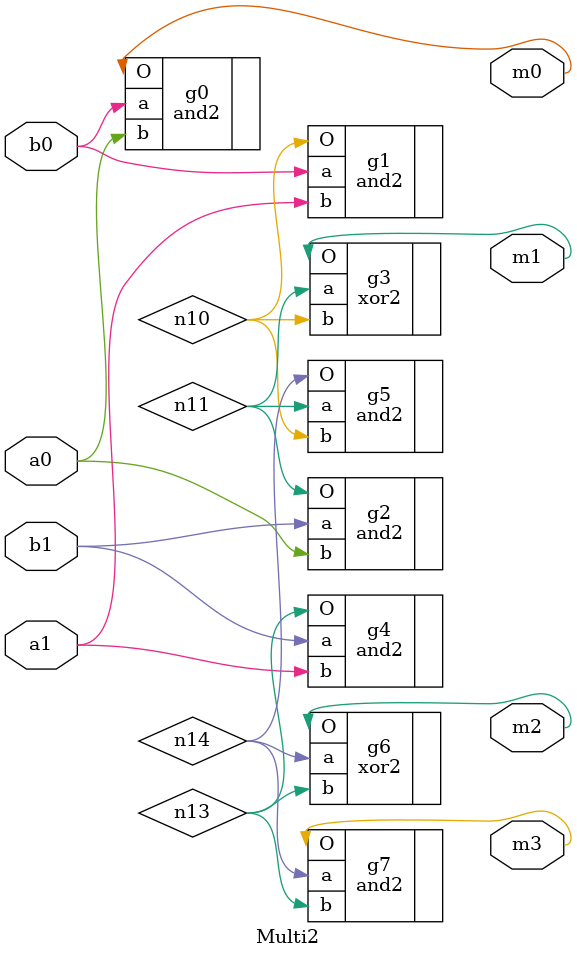
<source format=v>

module Multi2 ( 
    a0, a1, b0, b1,
    m0, m1, m2, m3  );
  input  a0, a1, b0, b1;
  output m0, m1, m2, m3;
  wire n10, n11, n13, n14;
  and2 g0(.a(b0), .b(a0), .O(m0));
  and2 g1(.a(b0), .b(a1), .O(n10));
  and2 g2(.a(b1), .b(a0), .O(n11));
  xor2 g3(.a(n11), .b(n10), .O(m1));
  and2 g4(.a(b1), .b(a1), .O(n13));
  and2 g5(.a(n11), .b(n10), .O(n14));
  xor2 g6(.a(n14), .b(n13), .O(m2));
  and2 g7(.a(n14), .b(n13), .O(m3));
endmodule



</source>
